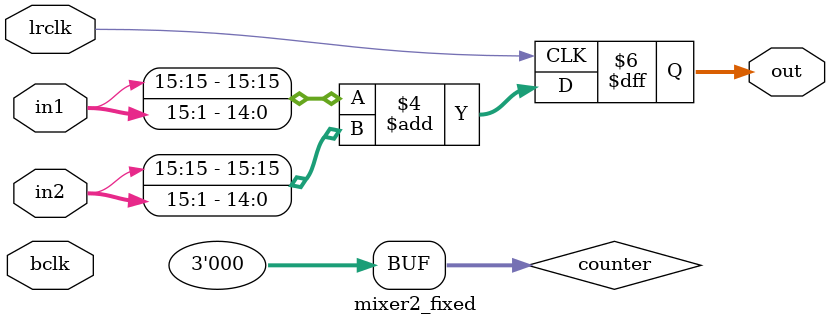
<source format=v>
module mixer2_fixed #(
	parameter BITSIZE = 16,
)(	
    input wire lrclk,
	input wire bclk,    // 64 times lrclk 

    input wire signed [BITSIZE-1:0] in1,
    input wire signed [BITSIZE-1:0] in2,

	output reg signed [BITSIZE-1:0] out,
);

reg [2:0] counter = 0;
reg signed [BITSIZE-1:0] auxout1;
reg signed [BITSIZE-1:0] auxout2;

always @(posedge lrclk) begin
    out <= (in1 >>> 1) + (in2 >>> 1);
end


endmodule
</source>
